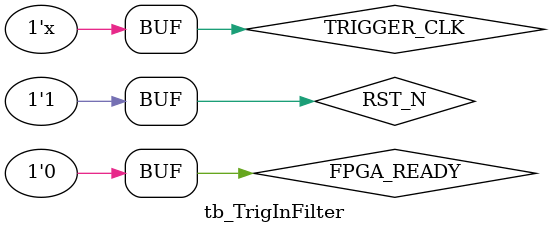
<source format=v>
`timescale 1ns / 1ps


module tb_TrigInFilter();

reg  FPGA_READY;
reg  TRIGGER_CLK;
reg  RST_N;
wire fpga_ready_valid;

initial begin
	FPGA_READY = 0;
	TRIGGER_CLK = 0;
	RST_N = 1;
    #20;
    RST_N = 0;
    #50;
    RST_N = 1;
	#100;
	FPGA_READY = 1;
	#80;
	FPGA_READY = 0;
end


always #5 TRIGGER_CLK = ~TRIGGER_CLK;



 TrigInFilter #(.LEGTH(5)) theTrigInFilter(
     .clk(TRIGGER_CLK),
     .rst(~RST_N),
     .TrigIn(FPGA_READY),
     .TrigIn_vald(fpga_ready_valid)); 
endmodule

</source>
